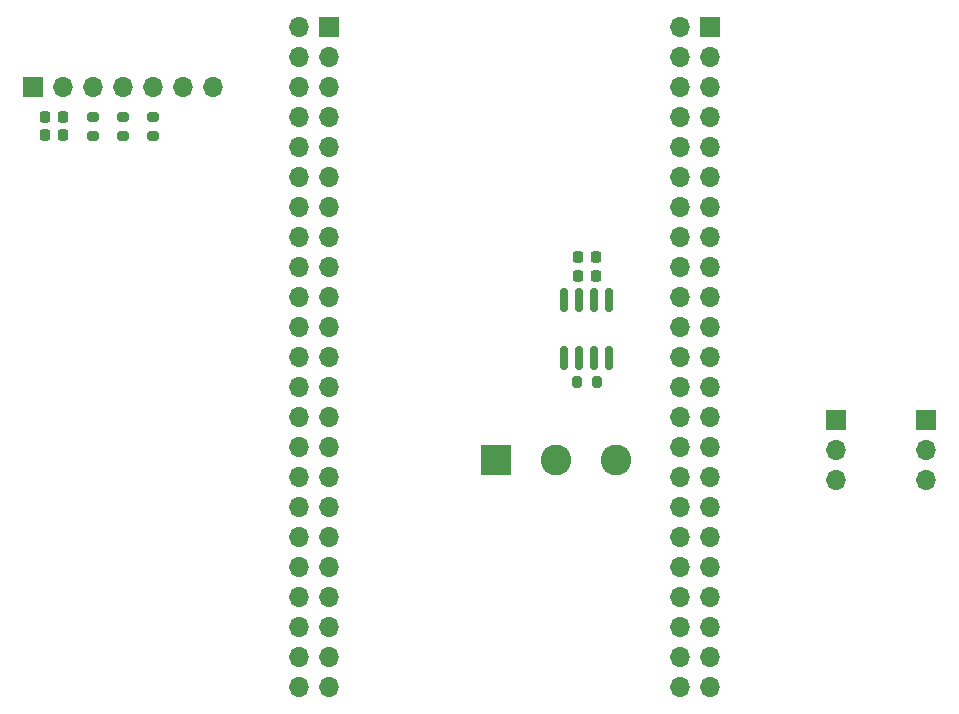
<source format=gbr>
%TF.GenerationSoftware,KiCad,Pcbnew,8.0.9-8.0.9-0~ubuntu24.04.1*%
%TF.CreationDate,2025-06-01T20:39:44+03:00*%
%TF.ProjectId,EV Control System,45562043-6f6e-4747-926f-6c2053797374,rev?*%
%TF.SameCoordinates,Original*%
%TF.FileFunction,Soldermask,Top*%
%TF.FilePolarity,Negative*%
%FSLAX46Y46*%
G04 Gerber Fmt 4.6, Leading zero omitted, Abs format (unit mm)*
G04 Created by KiCad (PCBNEW 8.0.9-8.0.9-0~ubuntu24.04.1) date 2025-06-01 20:39:44*
%MOMM*%
%LPD*%
G01*
G04 APERTURE LIST*
G04 Aperture macros list*
%AMRoundRect*
0 Rectangle with rounded corners*
0 $1 Rounding radius*
0 $2 $3 $4 $5 $6 $7 $8 $9 X,Y pos of 4 corners*
0 Add a 4 corners polygon primitive as box body*
4,1,4,$2,$3,$4,$5,$6,$7,$8,$9,$2,$3,0*
0 Add four circle primitives for the rounded corners*
1,1,$1+$1,$2,$3*
1,1,$1+$1,$4,$5*
1,1,$1+$1,$6,$7*
1,1,$1+$1,$8,$9*
0 Add four rect primitives between the rounded corners*
20,1,$1+$1,$2,$3,$4,$5,0*
20,1,$1+$1,$4,$5,$6,$7,0*
20,1,$1+$1,$6,$7,$8,$9,0*
20,1,$1+$1,$8,$9,$2,$3,0*%
G04 Aperture macros list end*
%ADD10RoundRect,0.200000X0.275000X-0.200000X0.275000X0.200000X-0.275000X0.200000X-0.275000X-0.200000X0*%
%ADD11R,1.700000X1.700000*%
%ADD12O,1.700000X1.700000*%
%ADD13RoundRect,0.225000X-0.225000X-0.250000X0.225000X-0.250000X0.225000X0.250000X-0.225000X0.250000X0*%
%ADD14R,2.600000X2.600000*%
%ADD15C,2.600000*%
%ADD16RoundRect,0.150000X-0.150000X0.825000X-0.150000X-0.825000X0.150000X-0.825000X0.150000X0.825000X0*%
%ADD17RoundRect,0.200000X0.200000X0.275000X-0.200000X0.275000X-0.200000X-0.275000X0.200000X-0.275000X0*%
G04 APERTURE END LIST*
D10*
%TO.C,R2*%
X115510000Y-66670000D03*
X115510000Y-65020000D03*
%TD*%
D11*
%TO.C,J3*%
X110445000Y-62495000D03*
D12*
X112985000Y-62495000D03*
X115525000Y-62495000D03*
X118065000Y-62495000D03*
X120605000Y-62495000D03*
X123145000Y-62495000D03*
X125685000Y-62495000D03*
%TD*%
D13*
%TO.C,C2*%
X156595000Y-76945000D03*
X158145000Y-76945000D03*
%TD*%
D10*
%TO.C,R3*%
X120610000Y-66670000D03*
X120610000Y-65020000D03*
%TD*%
D13*
%TO.C,C1*%
X156595000Y-78495000D03*
X158145000Y-78495000D03*
%TD*%
D11*
%TO.C,J6*%
X186060000Y-90725000D03*
D12*
X186060000Y-93265000D03*
X186060000Y-95805000D03*
%TD*%
D14*
%TO.C,J4*%
X149675000Y-94075000D03*
D15*
X154755000Y-94075000D03*
X159835000Y-94075000D03*
%TD*%
D16*
%TO.C,U1*%
X159230000Y-80520000D03*
X157960000Y-80520000D03*
X156690000Y-80520000D03*
X155420000Y-80520000D03*
X155420000Y-85470000D03*
X156690000Y-85470000D03*
X157960000Y-85470000D03*
X159230000Y-85470000D03*
%TD*%
D17*
%TO.C,R1*%
X158170000Y-87495000D03*
X156520000Y-87495000D03*
%TD*%
D11*
%TO.C,J5*%
X178440000Y-90730000D03*
D12*
X178440000Y-93270000D03*
X178440000Y-95810000D03*
%TD*%
D13*
%TO.C,C3*%
X111435000Y-66620000D03*
X112985000Y-66620000D03*
%TD*%
%TO.C,C4*%
X111435000Y-65095000D03*
X112985000Y-65095000D03*
%TD*%
D10*
%TO.C,R4*%
X118060000Y-66670000D03*
X118060000Y-65020000D03*
%TD*%
D11*
%TO.C,J2*%
X167779661Y-57432621D03*
D12*
X165239661Y-57432621D03*
X167779661Y-59972621D03*
X165239661Y-59972621D03*
X167779661Y-62512621D03*
X165239661Y-62512621D03*
X167779661Y-65052621D03*
X165239661Y-65052621D03*
X167779661Y-67592621D03*
X165239661Y-67592621D03*
X167779661Y-70132621D03*
X165239661Y-70132621D03*
X167779661Y-72672621D03*
X165239661Y-72672621D03*
X167779661Y-75212621D03*
X165239661Y-75212621D03*
X167779661Y-77752621D03*
X165239661Y-77752621D03*
X167779661Y-80292621D03*
X165239661Y-80292621D03*
X167779661Y-82832621D03*
X165239661Y-82832621D03*
X167779661Y-85372621D03*
X165239661Y-85372621D03*
X167779661Y-87912621D03*
X165239661Y-87912621D03*
X167779661Y-90452621D03*
X165239661Y-90452621D03*
X167779661Y-92992621D03*
X165239661Y-92992621D03*
X167779661Y-95532621D03*
X165239661Y-95532621D03*
X167779661Y-98072621D03*
X165239661Y-98072621D03*
X167779661Y-100612621D03*
X165239661Y-100612621D03*
X167779661Y-103152621D03*
X165239661Y-103152621D03*
X167779661Y-105692621D03*
X165239661Y-105692621D03*
X167779661Y-108232621D03*
X165239661Y-108232621D03*
X167779661Y-110772621D03*
X165239661Y-110772621D03*
X167779661Y-113312621D03*
X165239661Y-113312621D03*
%TD*%
D11*
%TO.C,J1*%
X135519661Y-57422621D03*
D12*
X132979661Y-57422621D03*
X135519661Y-59962621D03*
X132979661Y-59962621D03*
X135519661Y-62502621D03*
X132979661Y-62502621D03*
X135519661Y-65042621D03*
X132979661Y-65042621D03*
X135519661Y-67582621D03*
X132979661Y-67582621D03*
X135519661Y-70122621D03*
X132979661Y-70122621D03*
X135519661Y-72662621D03*
X132979661Y-72662621D03*
X135519661Y-75202621D03*
X132979661Y-75202621D03*
X135519661Y-77742621D03*
X132979661Y-77742621D03*
X135519661Y-80282621D03*
X132979661Y-80282621D03*
X135519661Y-82822621D03*
X132979661Y-82822621D03*
X135519661Y-85362621D03*
X132979661Y-85362621D03*
X135519661Y-87902621D03*
X132979661Y-87902621D03*
X135519661Y-90442621D03*
X132979661Y-90442621D03*
X135519661Y-92982621D03*
X132979661Y-92982621D03*
X135519661Y-95522621D03*
X132979661Y-95522621D03*
X135519661Y-98062621D03*
X132979661Y-98062621D03*
X135519661Y-100602621D03*
X132979661Y-100602621D03*
X135519661Y-103142621D03*
X132979661Y-103142621D03*
X135519661Y-105682621D03*
X132979661Y-105682621D03*
X135519661Y-108222621D03*
X132979661Y-108222621D03*
X135519661Y-110762621D03*
X132979661Y-110762621D03*
X135519661Y-113302621D03*
X132979661Y-113302621D03*
%TD*%
M02*

</source>
